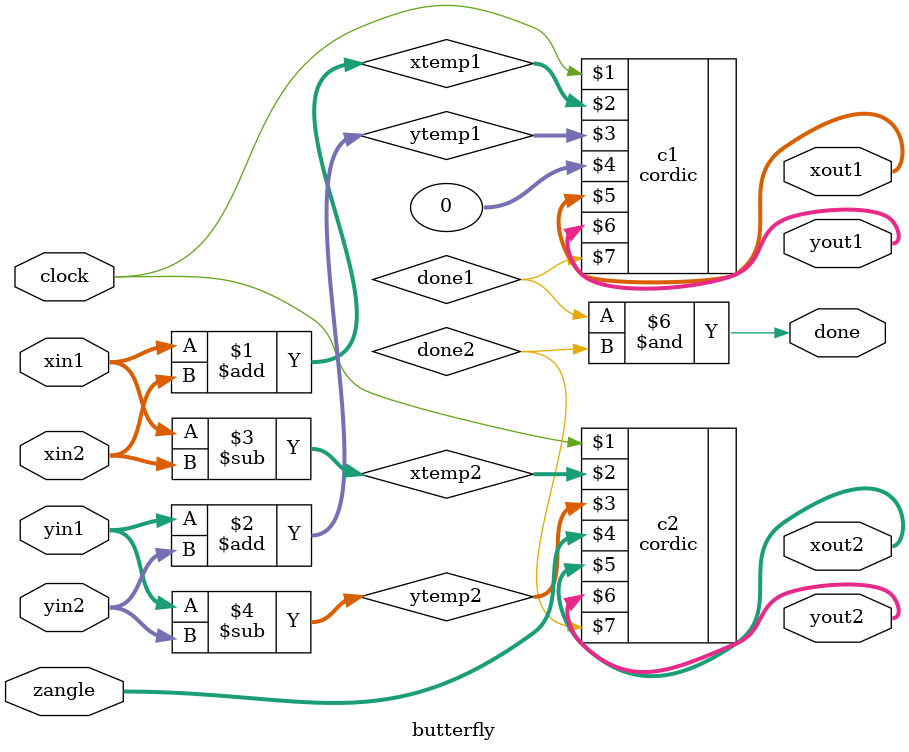
<source format=v>
`timescale 1ns / 1ps


module butterfly(
	input clock,
	input signed [15:0] xin1,
	input signed [15:0] yin1,
	input signed [15:0] xin2,
	input signed [15:0] yin2,
	input signed [31:0] zangle,
	output signed [15:0] xout1,
	output signed [15:0] yout1,
	output signed [15:0] xout2,
	output signed [15:0] yout2,
	output done
   );

wire signed [15:0] xtemp1,xtemp2,ytemp1,ytemp2;
wire done1,done2;

assign xtemp1 = xin1+xin2;
assign ytemp1 = yin1+yin2;

assign xtemp2 = xin1-xin2;
assign ytemp2 = yin1-yin2;

cordic c1(clock,xtemp1,ytemp1,0,xout1,yout1,done1);
cordic c2(clock,xtemp2,ytemp2,zangle,xout2,yout2,done2);

assign done = done1&done2;

endmodule
</source>
